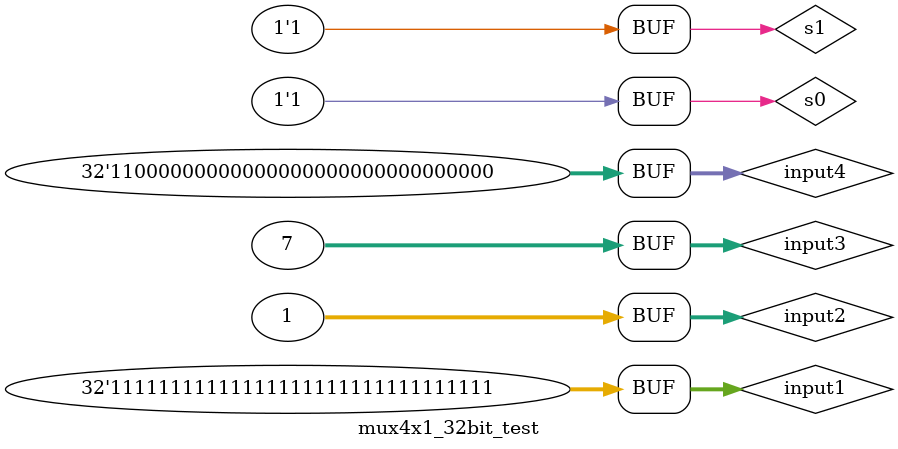
<source format=v>
module mux4x1_32bit_test();

wire [31:0] out;
reg [31:0] input1,input2,input3,input4;
reg s0,s1;

mux4x1_32bit mux4_1_32(out,input1,input2,input3,input4,s0,s1);

initial begin
  input1=32'b11111111111111111111111111111111;
  input2=32'b00000000000000000000000000000001;
  input3=32'b00000000000000000000000000000111;
  input4=32'b11000000000000000000000000000000;
  s0=1'b0;
  s1=1'b0;
#5;
  s0=1'b1;
  s1=1'b0;
#5;
  s0=1'b0;
  s1=1'b1;
#5;
  s0=1'b1;
  s1=1'b1;
end

initial begin
  $monitor("Time:%2d input1:%32b, input2:%32b, input3:%32b, input4:%32b, s1:%1b, s0:%1b, out:%32b",$time,input1,input2,input3,input4,s1,s0,out);
end


endmodule

</source>
